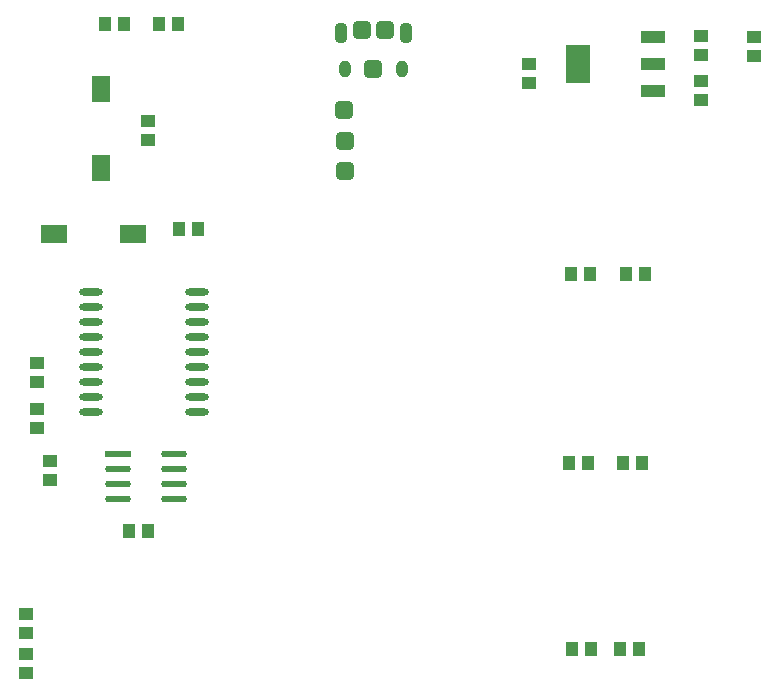
<source format=gtp>
G04*
G04 #@! TF.GenerationSoftware,Altium Limited,Altium Designer,22.5.1 (42)*
G04*
G04 Layer_Color=8421504*
%FSLAX25Y25*%
%MOIN*%
G70*
G04*
G04 #@! TF.SameCoordinates,2259C19E-8C9C-4015-8B10-9D1C86A6F0C8*
G04*
G04*
G04 #@! TF.FilePolarity,Positive*
G04*
G01*
G75*
%ADD16O,0.04134X0.05709*%
%ADD17O,0.04331X0.07087*%
G04:AMPARAMS|DCode=18|XSize=59.06mil|YSize=59.06mil|CornerRadius=11.81mil|HoleSize=0mil|Usage=FLASHONLY|Rotation=0.000|XOffset=0mil|YOffset=0mil|HoleType=Round|Shape=RoundedRectangle|*
%AMROUNDEDRECTD18*
21,1,0.05906,0.03543,0,0,0.0*
21,1,0.03543,0.05906,0,0,0.0*
1,1,0.02362,0.01772,-0.01772*
1,1,0.02362,-0.01772,-0.01772*
1,1,0.02362,-0.01772,0.01772*
1,1,0.02362,0.01772,0.01772*
%
%ADD18ROUNDEDRECTD18*%
%ADD19O,0.07874X0.02362*%
%ADD20R,0.03937X0.05118*%
G04:AMPARAMS|DCode=21|XSize=85.59mil|YSize=22.32mil|CornerRadius=11.16mil|HoleSize=0mil|Usage=FLASHONLY|Rotation=0.000|XOffset=0mil|YOffset=0mil|HoleType=Round|Shape=RoundedRectangle|*
%AMROUNDEDRECTD21*
21,1,0.08559,0.00000,0,0,0.0*
21,1,0.06328,0.02232,0,0,0.0*
1,1,0.02232,0.03164,0.00000*
1,1,0.02232,-0.03164,0.00000*
1,1,0.02232,-0.03164,0.00000*
1,1,0.02232,0.03164,0.00000*
%
%ADD21ROUNDEDRECTD21*%
%ADD22R,0.08559X0.02232*%
%ADD23R,0.05118X0.03937*%
%ADD24R,0.09055X0.05906*%
%ADD25R,0.05906X0.09055*%
G04:AMPARAMS|DCode=26|XSize=127.95mil|YSize=80.71mil|CornerRadius=2.02mil|HoleSize=0mil|Usage=FLASHONLY|Rotation=270.000|XOffset=0mil|YOffset=0mil|HoleType=Round|Shape=RoundedRectangle|*
%AMROUNDEDRECTD26*
21,1,0.12795,0.07667,0,0,270.0*
21,1,0.12392,0.08071,0,0,270.0*
1,1,0.00404,-0.03834,-0.06196*
1,1,0.00404,-0.03834,0.06196*
1,1,0.00404,0.03834,0.06196*
1,1,0.00404,0.03834,-0.06196*
%
%ADD26ROUNDEDRECTD26*%
G04:AMPARAMS|DCode=27|XSize=39.37mil|YSize=80.71mil|CornerRadius=1.97mil|HoleSize=0mil|Usage=FLASHONLY|Rotation=270.000|XOffset=0mil|YOffset=0mil|HoleType=Round|Shape=RoundedRectangle|*
%AMROUNDEDRECTD27*
21,1,0.03937,0.07677,0,0,270.0*
21,1,0.03543,0.08071,0,0,270.0*
1,1,0.00394,-0.03839,-0.01772*
1,1,0.00394,-0.03839,0.01772*
1,1,0.00394,0.03839,0.01772*
1,1,0.00394,0.03839,-0.01772*
%
%ADD27ROUNDEDRECTD27*%
D16*
X372280Y392305D02*
D03*
X353186D02*
D03*
D17*
X373461Y404235D02*
D03*
X352005D02*
D03*
D18*
X353162Y358447D02*
D03*
Y368290D02*
D03*
X352890Y378644D02*
D03*
X362733Y392424D02*
D03*
X366670Y405416D02*
D03*
X358796D02*
D03*
D19*
X304000Y278000D02*
D03*
Y283000D02*
D03*
Y288000D02*
D03*
Y293000D02*
D03*
Y298000D02*
D03*
Y303000D02*
D03*
Y308000D02*
D03*
Y313000D02*
D03*
Y318000D02*
D03*
X268567Y278000D02*
D03*
Y283000D02*
D03*
Y288000D02*
D03*
Y293000D02*
D03*
Y298000D02*
D03*
Y303000D02*
D03*
Y308000D02*
D03*
Y313000D02*
D03*
Y318000D02*
D03*
D20*
X304150Y339000D02*
D03*
X297850D02*
D03*
X452299Y261000D02*
D03*
X446000D02*
D03*
X434299D02*
D03*
X428000D02*
D03*
X281350Y238500D02*
D03*
X287650D02*
D03*
X435150Y199000D02*
D03*
X428850D02*
D03*
X451150D02*
D03*
X444850D02*
D03*
X435000Y324000D02*
D03*
X428701D02*
D03*
X453150D02*
D03*
X446850D02*
D03*
X291201Y407500D02*
D03*
X297500D02*
D03*
X273350D02*
D03*
X279650D02*
D03*
D21*
X296315Y264000D02*
D03*
Y259000D02*
D03*
Y254000D02*
D03*
Y249000D02*
D03*
X277685D02*
D03*
Y254000D02*
D03*
Y259000D02*
D03*
D22*
Y264000D02*
D03*
D23*
X255000Y261799D02*
D03*
Y255500D02*
D03*
X247000Y204350D02*
D03*
Y210650D02*
D03*
Y191201D02*
D03*
Y197500D02*
D03*
X250500Y279000D02*
D03*
Y272701D02*
D03*
Y288000D02*
D03*
Y294299D02*
D03*
X287500Y368701D02*
D03*
Y375000D02*
D03*
X414500Y394150D02*
D03*
Y387850D02*
D03*
X489500Y403150D02*
D03*
Y396850D02*
D03*
X472000Y382201D02*
D03*
Y388500D02*
D03*
Y397000D02*
D03*
Y403299D02*
D03*
D24*
X282689Y337500D02*
D03*
X256311D02*
D03*
D25*
X272000Y385689D02*
D03*
Y359311D02*
D03*
D26*
X431000Y394000D02*
D03*
D27*
X456000Y403055D02*
D03*
Y394000D02*
D03*
Y384945D02*
D03*
M02*

</source>
